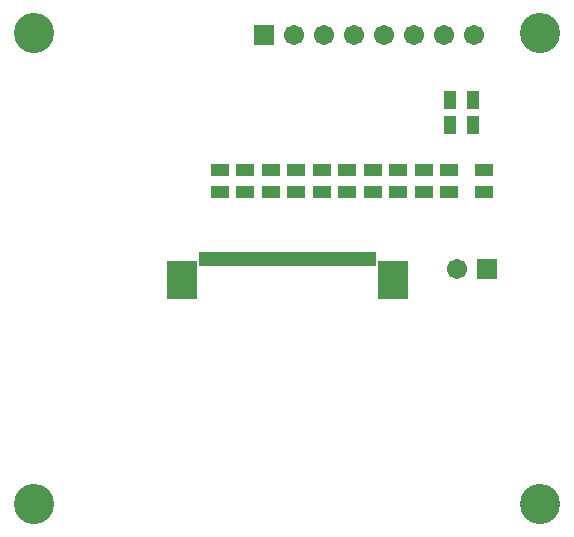
<source format=gts>
G04 Layer_Color=8388736*
%FSAX25Y25*%
%MOIN*%
G70*
G01*
G75*
%ADD24R,0.05918X0.04343*%
%ADD25R,0.04343X0.05918*%
%ADD26R,0.09855X0.13005*%
%ADD27R,0.01981X0.05131*%
%ADD28R,0.06706X0.06706*%
%ADD29C,0.06706*%
%ADD30C,0.13398*%
D24*
X0407500Y0347760D02*
D03*
Y0355240D02*
D03*
X0450000Y0355240D02*
D03*
Y0347760D02*
D03*
X0373500Y0347760D02*
D03*
Y0355240D02*
D03*
X0441500Y0355240D02*
D03*
Y0347760D02*
D03*
X0382000Y0347760D02*
D03*
Y0355240D02*
D03*
X0433000Y0355240D02*
D03*
Y0347760D02*
D03*
X0461500Y0347760D02*
D03*
Y0355240D02*
D03*
X0390500Y0347760D02*
D03*
Y0355240D02*
D03*
X0424500Y0355240D02*
D03*
Y0347760D02*
D03*
X0399000Y0347760D02*
D03*
Y0355240D02*
D03*
X0416000Y0347760D02*
D03*
Y0355240D02*
D03*
D25*
X0457740Y0378500D02*
D03*
X0450260D02*
D03*
X0457740Y0370000D02*
D03*
X0450260D02*
D03*
D26*
X0431138Y0318457D02*
D03*
X0360862D02*
D03*
D27*
X0424543Y0325543D02*
D03*
X0422575D02*
D03*
X0420606D02*
D03*
X0418638D02*
D03*
X0416669D02*
D03*
X0414701D02*
D03*
X0412732D02*
D03*
X0410764D02*
D03*
X0408795D02*
D03*
X0406827D02*
D03*
X0404858D02*
D03*
X0402890D02*
D03*
X0400921D02*
D03*
X0398953D02*
D03*
X0396984D02*
D03*
X0395016D02*
D03*
X0393047D02*
D03*
X0391079D02*
D03*
X0389110D02*
D03*
X0387142D02*
D03*
X0385173D02*
D03*
X0383205D02*
D03*
X0381236D02*
D03*
X0379268D02*
D03*
X0377299D02*
D03*
X0375331D02*
D03*
X0373362D02*
D03*
X0371394D02*
D03*
X0369425D02*
D03*
X0367457D02*
D03*
D28*
X0462500Y0322000D02*
D03*
X0388354Y0400291D02*
D03*
D29*
X0452500Y0322000D02*
D03*
X0398354Y0400291D02*
D03*
X0408354D02*
D03*
X0418354D02*
D03*
X0428354D02*
D03*
X0438354D02*
D03*
X0448354D02*
D03*
X0458354D02*
D03*
D30*
X0311465Y0400882D02*
D03*
X0480362D02*
D03*
Y0243795D02*
D03*
X0311465D02*
D03*
M02*

</source>
